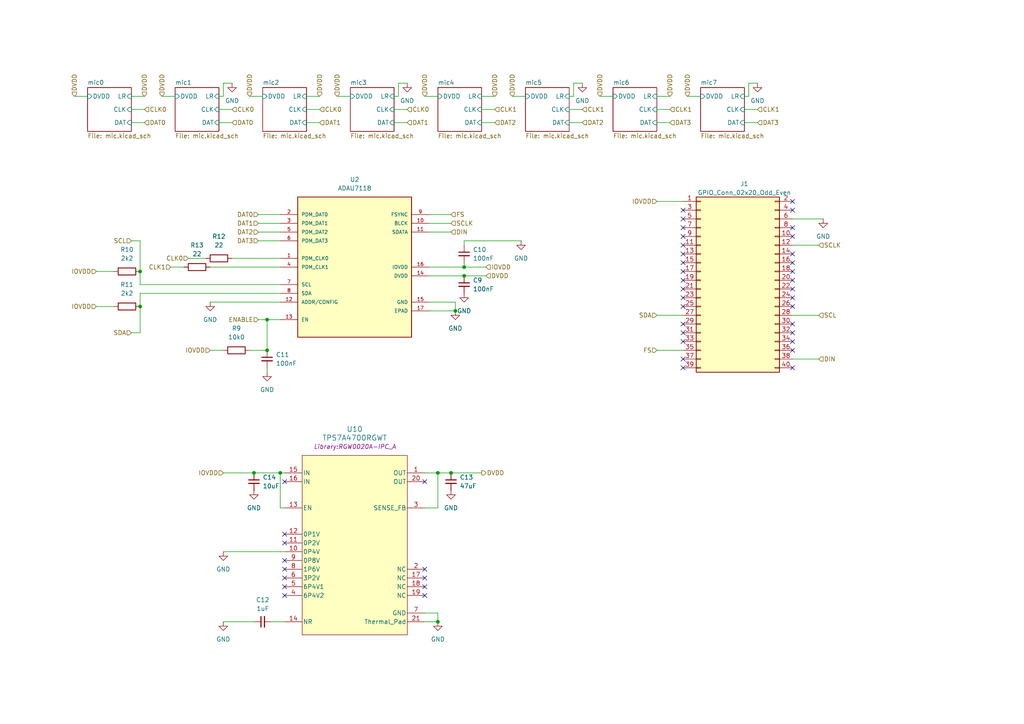
<source format=kicad_sch>
(kicad_sch (version 20250114) (generator "eeschema") (generator_version "9.0")
  (paper "A4")
  (lib_symbols
    (symbol "Device:R" (pin_numbers (hide yes)) (pin_names (offset 0))
      (property "Reference" "R" (at 2.032 0 90))
      (property "Value" "R" (at 0 0 90))
      (symbol "R_0_1"
        (rectangle (start -1.016 -2.54) (end 1.016 2.54) (stroke (width 0.254)))
      )
      (symbol "R_1_1"
        (pin passive line (at 0 3.81 270) (length 1.27) (name "~") (number "1"))
        (pin passive line (at 0 -3.81 90) (length 1.27) (name "~") (number "2"))
      )
    )
    (symbol "power:GND" (power) (pin_numbers (hide yes)) (pin_names (offset 0) (hide yes))
      (property "Value" "GND" (at 0 -3.81 0))
      (symbol "GND_0_1"
        (polyline (pts (xy 0 0) (xy 0 -1.27) (xy 1.27 -1.27) (xy 0 -2.54) (xy -1.27 -1.27) (xy 0 -1.27)))
      )
      (symbol "GND_1_1"
        (pin power_in line (at 0 0 270) (length 0) (name "~") (number "1"))
      )
    )
    (symbol "recorder:ADAU7118" (pin_names (offset 1.016))
      (property "Reference" "U" (at 5.08 20.32 0))
      (property "Value" "ADAU7118" (at 5.08 17.78 0))
      (symbol "ADAU7118_0_0"
        (rectangle (start -17.78 17.78) (end 15.24 -22.86) (stroke (width 0.254)) (fill (type background)))
        (pin input line (at -22.86 12.7 0) (length 5.08) (name "PDM_DAT0") (number "2"))
        (pin input line (at -22.86 10.16 0) (length 5.08) (name "PDM_DAT1") (number "3"))
        (pin input line (at -22.86 7.62 0) (length 5.08) (name "PDM_DAT2") (number "5"))
        (pin input line (at -22.86 5.08 0) (length 5.08) (name "PDM_DAT3") (number "6"))
        (pin output line (at -22.86 0 0) (length 5.08) (name "PDM_CLK0") (number "1"))
        (pin output line (at -22.86 -2.54 0) (length 5.08) (name "PDM_CLK1") (number "4"))
        (pin input line (at -22.86 -7.62 0) (length 5.08) (name "SCL") (number "7"))
        (pin bidirectional line (at -22.86 -10.16 0) (length 5.08) (name "SDA") (number "8"))
        (pin bidirectional line (at -22.86 -12.7 0) (length 5.08) (name "ADDR/CONFIG") (number "12"))
        (pin input line (at -22.86 -17.78 0) (length 5.08) (name "EN") (number "13"))
        (pin input line (at 20.32 12.7 180) (length 5.08) (name "FSYNC") (number "9"))
        (pin input line (at 20.32 10.16 180) (length 5.08) (name "BLCK") (number "10"))
        (pin output line (at 20.32 7.62 180) (length 5.08) (name "SDATA") (number "11"))
        (pin power_in line (at 20.32 -2.54 180) (length 5.08) (name "IOVDD") (number "16"))
        (pin power_in line (at 20.32 -5.08 180) (length 5.08) (name "DVDD") (number "14"))
        (pin power_in line (at 20.32 -12.7 180) (length 5.08) (name "GND") (number "15"))
        (pin power_in line (at 20.32 -15.24 180) (length 5.08) (name "EPAD") (number "17"))
      )
    )
    (symbol "recorder:C_Small_1" (pin_numbers (hide yes)) (pin_names (offset 0.254) (hide yes))
      (property "Reference" "C" (at 0.254 1.778 0))
      (property "Value" "C_Small" (at 0.254 -2.032 0))
      (symbol "C_Small_1_0_1"
        (polyline (pts (xy -1.524 0.508) (xy 1.524 0.508)) (stroke (width 0.3048)))
        (polyline (pts (xy -1.524 -0.508) (xy 1.524 -0.508)) (stroke (width 0.3302)))
      )
      (symbol "C_Small_1_1_1"
        (pin passive line (at 0 2.54 270) (length 2.032) (name "~") (number "1"))
        (pin passive line (at 0 -2.54 90) (length 2.032) (name "~") (number "2"))
      )
    )
    (symbol "recorder:GPIO_Conn_02x20_Odd_Even" (pin_names (offset 1.016) (hide yes))
      (property "Reference" "J" (at -10.16 26.67 0))
      (property "Value" "GPIO_Conn_02x20_Odd_Even" (at 8.89 -26.67 0))
      (symbol "GPIO_Conn_02x20_Odd_Even_1_1"
        (rectangle (start -12.7 25.4) (end 11.43 -25.4) (stroke (width 0.254)) (fill (type background)))
        (rectangle (start -12.7 24.257) (end -11.43 24.003) (stroke (width 0.1524)))
        (rectangle (start -12.7 21.717) (end -11.43 21.463) (stroke (width 0.1524)))
        (rectangle (start -12.7 19.177) (end -11.43 18.923) (stroke (width 0.1524)))
        (rectangle (start -12.7 16.637) (end -11.43 16.383) (stroke (width 0.1524)))
        (rectangle (start -12.7 14.097) (end -11.43 13.843) (stroke (width 0.1524)))
        (rectangle (start -12.7 11.557) (end -11.43 11.303) (stroke (width 0.1524)))
        (rectangle (start -12.7 9.017) (end -11.43 8.763) (stroke (width 0.1524)))
        (rectangle (start -12.7 6.477) (end -11.43 6.223) (stroke (width 0.1524)))
        (rectangle (start -12.7 3.937) (end -11.43 3.683) (stroke (width 0.1524)))
        (rectangle (start -12.7 1.397) (end -11.43 1.143) (stroke (width 0.1524)))
        (rectangle (start -12.7 -1.143) (end -11.43 -1.397) (stroke (width 0.1524)))
        (rectangle (start -12.7 -3.683) (end -11.43 -3.937) (stroke (width 0.1524)))
        (rectangle (start -12.7 -6.223) (end -11.43 -6.477) (stroke (width 0.1524)))
        (rectangle (start -12.7 -8.763) (end -11.43 -9.017) (stroke (width 0.1524)))
        (rectangle (start -12.7 -11.303) (end -11.43 -11.557) (stroke (width 0.1524)))
        (rectangle (start -12.7 -13.843) (end -11.43 -14.097) (stroke (width 0.1524)))
        (rectangle (start -12.7 -16.383) (end -11.43 -16.637) (stroke (width 0.1524)))
        (rectangle (start -12.7 -18.923) (end -11.43 -19.177) (stroke (width 0.1524)))
        (rectangle (start -12.7 -21.463) (end -11.43 -21.717) (stroke (width 0.1524)))
        (rectangle (start -12.7 -24.003) (end -11.43 -24.257) (stroke (width 0.1524)))
        (rectangle (start 11.43 24.257) (end 10.16 24.003) (stroke (width 0.1524)))
        (rectangle (start 11.43 21.717) (end 10.16 21.463) (stroke (width 0.1524)))
        (rectangle (start 11.43 19.177) (end 10.16 18.923) (stroke (width 0.1524)))
        (rectangle (start 11.43 16.637) (end 10.16 16.383) (stroke (width 0.1524)))
        (rectangle (start 11.43 14.097) (end 10.16 13.843) (stroke (width 0.1524)))
        (rectangle (start 11.43 11.557) (end 10.16 11.303) (stroke (width 0.1524)))
        (rectangle (start 11.43 9.017) (end 10.16 8.763) (stroke (width 0.1524)))
        (rectangle (start 11.43 6.477) (end 10.16 6.223) (stroke (width 0.1524)))
        (rectangle (start 11.43 3.937) (end 10.16 3.683) (stroke (width 0.1524)))
        (rectangle (start 11.43 1.397) (end 10.16 1.143) (stroke (width 0.1524)))
        (rectangle (start 11.43 -1.143) (end 10.16 -1.397) (stroke (width 0.1524)))
        (rectangle (start 11.43 -3.683) (end 10.16 -3.937) (stroke (width 0.1524)))
        (rectangle (start 11.43 -6.223) (end 10.16 -6.477) (stroke (width 0.1524)))
        (rectangle (start 11.43 -8.763) (end 10.16 -9.017) (stroke (width 0.1524)))
        (rectangle (start 11.43 -11.303) (end 10.16 -11.557) (stroke (width 0.1524)))
        (rectangle (start 11.43 -13.843) (end 10.16 -14.097) (stroke (width 0.1524)))
        (rectangle (start 11.43 -16.383) (end 10.16 -16.637) (stroke (width 0.1524)))
        (rectangle (start 11.43 -18.923) (end 10.16 -19.177) (stroke (width 0.1524)))
        (rectangle (start 11.43 -21.463) (end 10.16 -21.717) (stroke (width 0.1524)))
        (rectangle (start 11.43 -24.003) (end 10.16 -24.257) (stroke (width 0.1524)))
        (pin power_out line (at -16.51 24.13 0) (length 3.81) (name "3V3") (number "1"))
        (pin bidirectional line (at -16.51 21.59 0) (length 3.81) (name "I2C1_SDA") (number "3"))
        (pin bidirectional line (at -16.51 19.05 0) (length 3.81) (name "I2C1_SCL") (number "5"))
        (pin bidirectional line (at -16.51 16.51 0) (length 3.81) (name "GPIO09") (number "7"))
        (pin power_in line (at -16.51 13.97 0) (length 3.81) (name "GND") (number "9"))
        (pin output line (at -16.51 11.43 0) (length 3.81) (name "UART_RTS") (number "11"))
        (pin output line (at -16.51 8.89 0) (length 3.81) (name "SPI1_SCK") (number "13"))
        (pin bidirectional line (at -16.51 6.35 0) (length 3.81) (name "GPIO12") (number "15"))
        (pin power_out line (at -16.51 3.81 0) (length 3.81) (name "3V3") (number "17"))
        (pin bidirectional line (at -16.51 1.27 0) (length 3.81) (name "SPI0_MOSI") (number "19"))
        (pin bidirectional line (at -16.51 -1.27 0) (length 3.81) (name "SPI_MISO") (number "21"))
        (pin output line (at -16.51 -3.81 0) (length 3.81) (name "SPI0_SCK") (number "23"))
        (pin power_in line (at -16.51 -6.35 0) (length 3.81) (name "GND") (number "25"))
        (pin bidirectional line (at -16.51 -8.89 0) (length 3.81) (name "I2C0_SDA") (number "27"))
        (pin bidirectional line (at -16.51 -11.43 0) (length 3.81) (name "GPIO01") (number "29"))
        (pin bidirectional line (at -16.51 -13.97 0) (length 3.81) (name "GPIO11") (number "31"))
        (pin bidirectional line (at -16.51 -16.51 0) (length 3.81) (name "GPIO13") (number "33"))
        (pin output line (at -16.51 -19.05 0) (length 3.81) (name "I2S0_FS") (number "35"))
        (pin bidirectional line (at -16.51 -21.59 0) (length 3.81) (name "SPI1_MOSI") (number "37"))
        (pin power_in line (at -16.51 -24.13 0) (length 3.81) (name "GND") (number "39"))
        (pin power_out line (at 15.24 24.13 180) (length 3.81) (name "5V") (number "2"))
        (pin power_out line (at 15.24 21.59 180) (length 3.81) (name "5V") (number "4"))
        (pin power_in line (at 15.24 19.05 180) (length 3.81) (name "GND") (number "6"))
        (pin input line (at 15.24 16.51 180) (length 3.81) (name "UART1_TXD") (number "8"))
        (pin input line (at 15.24 13.97 180) (length 3.81) (name "UART1_RXD") (number "10"))
        (pin output line (at 15.24 11.43 180) (length 3.81) (name "I2S0_SCLK") (number "12"))
        (pin power_in line (at 15.24 8.89 180) (length 3.81) (name "GND") (number "14"))
        (pin bidirectional line (at 15.24 6.35 180) (length 3.81) (name "SPI1_CS1") (number "16"))
        (pin bidirectional line (at 15.24 3.81 180) (length 3.81) (name "SPI1_CS0") (number "18"))
        (pin power_in line (at 15.24 1.27 180) (length 3.81) (name "GND") (number "20"))
        (pin bidirectional line (at 15.24 -1.27 180) (length 3.81) (name "SPI1_MISO") (number "22"))
        (pin bidirectional line (at 15.24 -3.81 180) (length 3.81) (name "SPI0_CS0") (number "24"))
        (pin bidirectional line (at 15.24 -6.35 180) (length 3.81) (name "SPI0_CS1") (number "26"))
        (pin bidirectional line (at 15.24 -8.89 180) (length 3.81) (name "I2C0_SCL") (number "28"))
        (pin power_in line (at 15.24 -11.43 180) (length 3.81) (name "GND") (number "30"))
        (pin bidirectional line (at 15.24 -13.97 180) (length 3.81) (name "GPIO07") (number "32"))
        (pin power_in line (at 15.24 -16.51 180) (length 3.81) (name "GND") (number "34"))
        (pin input line (at 15.24 -19.05 180) (length 3.81) (name "UART1_CTS") (number "36"))
        (pin input line (at 15.24 -21.59 180) (length 3.81) (name "I2S0_DIN") (number "38"))
        (pin output line (at 15.24 -24.13 180) (length 3.81) (name "I2S0_DOUT") (number "40"))
      )
    )
    (symbol "recorder:TPS7A4700RGWT" (pin_names (offset 0.254))
      (property "Reference" "U" (at 0 2.54 0))
      (property "Value" "TPS7A4700RGWT" (at 0 0 0))
      (property "Footprint" "Library:RGW0020A-IPC_A" (at 0 0 0))
      (symbol "TPS7A4700RGWT_0_1"
        (rectangle (start 5.08 5.08) (end 35.56 -46.99) (fill (type background)))
        (pin power_in line (at 0 0 0) (length 5.08) (name "IN") (number "15"))
        (pin power_in line (at 0 -2.54 0) (length 5.08) (name "IN") (number "16"))
        (pin input line (at 0 -10.16 0) (length 5.08) (name "EN") (number "13"))
        (pin unspecified line (at 0 -17.78 0) (length 5.08) (name "0P1V") (number "12"))
        (pin unspecified line (at 0 -20.32 0) (length 5.08) (name "0P2V") (number "11"))
        (pin unspecified line (at 0 -22.86 0) (length 5.08) (name "0P4V") (number "10"))
        (pin unspecified line (at 0 -25.4 0) (length 5.08) (name "0P8V") (number "9"))
        (pin unspecified line (at 0 -27.94 0) (length 5.08) (name "1P6V") (number "8"))
        (pin unspecified line (at 0 -30.48 0) (length 5.08) (name "3P2V") (number "6"))
        (pin unspecified line (at 0 -33.02 0) (length 5.08) (name "6P4V1") (number "5"))
        (pin unspecified line (at 0 -35.56 0) (length 5.08) (name "6P4V2") (number "4"))
        (pin unspecified line (at 0 -43.18 0) (length 5.08) (name "NR") (number "14"))
        (pin power_in line (at 40.64 0 180) (length 5.08) (name "OUT") (number "1"))
        (pin power_in line (at 40.64 -2.54 180) (length 5.08) (name "OUT") (number "20"))
        (pin unspecified line (at 40.64 -10.16 180) (length 5.08) (name "SENSE_FB") (number "3"))
        (pin unspecified line (at 40.64 -27.94 180) (length 5.08) (name "NC") (number "2"))
        (pin unspecified line (at 40.64 -30.48 180) (length 5.08) (name "NC") (number "17"))
        (pin unspecified line (at 40.64 -33.02 180) (length 5.08) (name "NC") (number "18"))
        (pin unspecified line (at 40.64 -35.56 180) (length 5.08) (name "NC") (number "19"))
        (pin power_in line (at 40.64 -40.64 180) (length 5.08) (name "GND") (number "7"))
        (pin power_in line (at 40.64 -43.18 180) (length 5.08) (name "Thermal_Pad") (number "21"))
      )
    )
  )
  (junction (at 73.66 137.16))
  (junction (at 40.64 88.9))
  (junction (at 77.47 101.6))
  (junction (at 127 137.16))
  (junction (at 134.62 77.47))
  (junction (at 130.81 137.16))
  (junction (at 134.62 80.01))
  (junction (at 127 180.34))
  (junction (at 132.08 90.17))
  (junction (at 81.28 137.16))
  (junction (at 40.64 78.74))
  (junction (at 77.47 92.71))
  (no_connect (at 82.55 157.48))
  (no_connect (at 198.12 96.52))
  (no_connect (at 82.55 167.64))
  (no_connect (at 229.87 88.9))
  (no_connect (at 82.55 162.56))
  (no_connect (at 82.55 165.1))
  (no_connect (at 82.55 154.94))
  (no_connect (at 123.19 172.72))
  (no_connect (at 82.55 172.72))
  (no_connect (at 198.12 68.58))
  (no_connect (at 198.12 86.36))
  (no_connect (at 229.87 68.58))
  (no_connect (at 229.87 101.6))
  (no_connect (at 229.87 78.74))
  (no_connect (at 229.87 60.96))
  (no_connect (at 123.19 165.1))
  (no_connect (at 229.87 73.66))
  (no_connect (at 229.87 96.52))
  (no_connect (at 123.19 167.64))
  (no_connect (at 123.19 139.7))
  (no_connect (at 229.87 58.42))
  (no_connect (at 229.87 86.36))
  (no_connect (at 198.12 106.68))
  (no_connect (at 198.12 104.14))
  (no_connect (at 198.12 60.96))
  (no_connect (at 229.87 81.28))
  (no_connect (at 198.12 93.98))
  (no_connect (at 198.12 99.06))
  (no_connect (at 229.87 66.04))
  (no_connect (at 198.12 83.82))
  (no_connect (at 82.55 139.7))
  (no_connect (at 229.87 106.68))
  (no_connect (at 229.87 99.06))
  (no_connect (at 198.12 88.9))
  (no_connect (at 198.12 76.2))
  (no_connect (at 229.87 83.82))
  (no_connect (at 198.12 66.04))
  (no_connect (at 82.55 170.18))
  (no_connect (at 198.12 81.28))
  (no_connect (at 229.87 76.2))
  (no_connect (at 198.12 71.12))
  (no_connect (at 123.19 170.18))
  (no_connect (at 229.87 93.98))
  (no_connect (at 198.12 78.74))
  (no_connect (at 198.12 73.66))
  (no_connect (at 198.12 63.5))
  (wire (pts (xy 40.64 78.74) (xy 40.64 82.55)))
  (wire (pts (xy 166.37 24.13) (xy 166.37 27.94)))
  (wire (pts (xy 82.55 147.32) (xy 81.28 147.32)))
  (wire (pts (xy 124.46 77.47) (xy 134.62 77.47)))
  (wire (pts (xy 124.46 90.17) (xy 132.08 90.17)))
  (wire (pts (xy 165.1 31.75) (xy 168.91 31.75)))
  (wire (pts (xy 127 177.8) (xy 127 180.34)))
  (wire (pts (xy 63.5 35.56) (xy 67.31 35.56)))
  (wire (pts (xy 21.59 27.94) (xy 25.4 27.94)))
  (wire (pts (xy 40.64 69.85) (xy 40.64 78.74)))
  (wire (pts (xy 74.93 69.85) (xy 81.28 69.85)))
  (wire (pts (xy 54.61 74.93) (xy 59.69 74.93)))
  (wire (pts (xy 115.57 27.94) (xy 114.3 27.94)))
  (wire (pts (xy 165.1 35.56) (xy 168.91 35.56)))
  (wire (pts (xy 127 137.16) (xy 130.81 137.16)))
  (wire (pts (xy 134.62 80.01) (xy 140.97 80.01)))
  (wire (pts (xy 40.64 88.9) (xy 40.64 96.52)))
  (wire (pts (xy 74.93 67.31) (xy 81.28 67.31)))
  (wire (pts (xy 115.57 24.13) (xy 115.57 27.94)))
  (wire (pts (xy 115.57 24.13) (xy 118.11 24.13)))
  (wire (pts (xy 63.5 31.75) (xy 67.31 31.75)))
  (wire (pts (xy 97.79 27.94) (xy 101.6 27.94)))
  (wire (pts (xy 114.3 31.75) (xy 118.11 31.75)))
  (wire (pts (xy 134.62 76.2) (xy 134.62 77.47)))
  (wire (pts (xy 123.19 27.94) (xy 127 27.94)))
  (wire (pts (xy 123.19 147.32) (xy 127 147.32)))
  (wire (pts (xy 132.08 87.63) (xy 124.46 87.63)))
  (wire (pts (xy 72.39 101.6) (xy 77.47 101.6)))
  (wire (pts (xy 60.96 77.47) (xy 81.28 77.47)))
  (wire (pts (xy 217.17 24.13) (xy 217.17 27.94)))
  (wire (pts (xy 127 147.32) (xy 127 137.16)))
  (wire (pts (xy 124.46 67.31) (xy 130.81 67.31)))
  (wire (pts (xy 73.66 137.16) (xy 81.28 137.16)))
  (wire (pts (xy 74.93 64.77) (xy 81.28 64.77)))
  (wire (pts (xy 81.28 137.16) (xy 82.55 137.16)))
  (wire (pts (xy 46.99 27.94) (xy 50.8 27.94)))
  (wire (pts (xy 124.46 62.23) (xy 130.81 62.23)))
  (wire (pts (xy 134.62 77.47) (xy 140.97 77.47)))
  (wire (pts (xy 60.96 87.63) (xy 81.28 87.63)))
  (wire (pts (xy 64.77 24.13) (xy 64.77 27.94)))
  (wire (pts (xy 74.93 92.71) (xy 77.47 92.71)))
  (wire (pts (xy 88.9 35.56) (xy 92.71 35.56)))
  (wire (pts (xy 38.1 35.56) (xy 41.91 35.56)))
  (wire (pts (xy 132.08 90.17) (xy 132.08 87.63)))
  (wire (pts (xy 217.17 27.94) (xy 215.9 27.94)))
  (wire (pts (xy 64.77 137.16) (xy 73.66 137.16)))
  (wire (pts (xy 40.64 82.55) (xy 81.28 82.55)))
  (wire (pts (xy 130.81 137.16) (xy 139.7 137.16)))
  (wire (pts (xy 190.5 31.75) (xy 194.31 31.75)))
  (wire (pts (xy 38.1 31.75) (xy 41.91 31.75)))
  (wire (pts (xy 229.87 63.5) (xy 238.76 63.5)))
  (wire (pts (xy 38.1 27.94) (xy 41.91 27.94)))
  (wire (pts (xy 139.7 35.56) (xy 143.51 35.56)))
  (wire (pts (xy 38.1 96.52) (xy 40.64 96.52)))
  (wire (pts (xy 166.37 27.94) (xy 165.1 27.94)))
  (wire (pts (xy 134.62 69.85) (xy 151.13 69.85)))
  (wire (pts (xy 190.5 58.42) (xy 198.12 58.42)))
  (wire (pts (xy 148.59 27.94) (xy 152.4 27.94)))
  (wire (pts (xy 27.94 88.9) (xy 33.02 88.9)))
  (wire (pts (xy 64.77 101.6) (xy 60.96 101.6)))
  (wire (pts (xy 123.19 177.8) (xy 127 177.8)))
  (wire (pts (xy 77.47 92.71) (xy 81.28 92.71)))
  (wire (pts (xy 38.1 69.85) (xy 40.64 69.85)))
  (wire (pts (xy 215.9 31.75) (xy 219.71 31.75)))
  (wire (pts (xy 190.5 35.56) (xy 194.31 35.56)))
  (wire (pts (xy 77.47 101.6) (xy 77.47 92.71)))
  (wire (pts (xy 77.47 106.68) (xy 77.47 107.95)))
  (wire (pts (xy 114.3 35.56) (xy 118.11 35.56)))
  (wire (pts (xy 139.7 31.75) (xy 143.51 31.75)))
  (wire (pts (xy 229.87 71.12) (xy 237.49 71.12)))
  (wire (pts (xy 67.31 74.93) (xy 81.28 74.93)))
  (wire (pts (xy 217.17 24.13) (xy 219.71 24.13)))
  (wire (pts (xy 27.94 78.74) (xy 33.02 78.74)))
  (wire (pts (xy 88.9 27.94) (xy 92.71 27.94)))
  (wire (pts (xy 215.9 35.56) (xy 219.71 35.56)))
  (wire (pts (xy 124.46 64.77) (xy 130.81 64.77)))
  (wire (pts (xy 229.87 91.44) (xy 237.49 91.44)))
  (wire (pts (xy 199.39 27.94) (xy 203.2 27.94)))
  (wire (pts (xy 124.46 80.01) (xy 134.62 80.01)))
  (wire (pts (xy 173.99 27.94) (xy 177.8 27.94)))
  (wire (pts (xy 64.77 180.34) (xy 73.66 180.34)))
  (wire (pts (xy 166.37 24.13) (xy 168.91 24.13)))
  (wire (pts (xy 74.93 62.23) (xy 81.28 62.23)))
  (wire (pts (xy 139.7 27.94) (xy 143.51 27.94)))
  (wire (pts (xy 229.87 104.14) (xy 237.49 104.14)))
  (wire (pts (xy 190.5 91.44) (xy 198.12 91.44)))
  (wire (pts (xy 64.77 160.02) (xy 82.55 160.02)))
  (wire (pts (xy 40.64 85.09) (xy 40.64 88.9)))
  (wire (pts (xy 134.62 69.85) (xy 134.62 71.12)))
  (wire (pts (xy 64.77 27.94) (xy 63.5 27.94)))
  (wire (pts (xy 64.77 24.13) (xy 67.31 24.13)))
  (wire (pts (xy 123.19 180.34) (xy 127 180.34)))
  (wire (pts (xy 81.28 147.32) (xy 81.28 137.16)))
  (wire (pts (xy 49.53 77.47) (xy 53.34 77.47)))
  (wire (pts (xy 40.64 85.09) (xy 81.28 85.09)))
  (wire (pts (xy 190.5 27.94) (xy 194.31 27.94)))
  (wire (pts (xy 88.9 31.75) (xy 92.71 31.75)))
  (wire (pts (xy 123.19 137.16) (xy 127 137.16)))
  (wire (pts (xy 72.39 27.94) (xy 76.2 27.94)))
  (wire (pts (xy 78.74 180.34) (xy 82.55 180.34)))
  (wire (pts (xy 190.5 101.6) (xy 198.12 101.6)))
  (hierarchical_label "ENABLE" (shape input) (at 74.93 92.71 180))
  (hierarchical_label "DVDD" (shape input) (at 199.39 27.94 90))
  (hierarchical_label "DAT2" (shape input) (at 74.93 67.31 180))
  (hierarchical_label "DAT3" (shape input) (at 219.71 35.56 0))
  (hierarchical_label "DVDD" (shape input) (at 173.99 27.94 90))
  (hierarchical_label "DAT0" (shape input) (at 74.93 62.23 180))
  (hierarchical_label "SCL" (shape input) (at 38.1 69.85 180))
  (hierarchical_label "CLK0" (shape input) (at 41.91 31.75 0))
  (hierarchical_label "DIN" (shape input) (at 237.49 104.14 0))
  (hierarchical_label "IOVDD" (shape input) (at 190.5 58.42 180))
  (hierarchical_label "CLK1" (shape input) (at 168.91 31.75 0))
  (hierarchical_label "DVDD" (shape input) (at 21.59 27.94 90))
  (hierarchical_label "FS" (shape input) (at 130.81 62.23 0))
  (hierarchical_label "DIN" (shape input) (at 130.81 67.31 0))
  (hierarchical_label "CLK1" (shape input) (at 219.71 31.75 0))
  (hierarchical_label "DVDD" (shape input) (at 41.91 27.94 90))
  (hierarchical_label "DVDD" (shape input) (at 148.59 27.94 90))
  (hierarchical_label "DAT1" (shape input) (at 92.71 35.56 0))
  (hierarchical_label "DAT2" (shape input) (at 143.51 35.56 0))
  (hierarchical_label "CLK0" (shape input) (at 67.31 31.75 0))
  (hierarchical_label "DAT0" (shape input) (at 41.91 35.56 0))
  (hierarchical_label "CLK1" (shape input) (at 194.31 31.75 0))
  (hierarchical_label "DVDD" (shape input) (at 143.51 27.94 90))
  (hierarchical_label "DVDD" (shape output) (at 139.7 137.16 0))
  (hierarchical_label "DVDD" (shape input) (at 92.71 27.94 90))
  (hierarchical_label "CLK1" (shape input) (at 143.51 31.75 0))
  (hierarchical_label "SDA" (shape input) (at 38.1 96.52 180))
  (hierarchical_label "IOVDD" (shape input) (at 140.97 77.47 0))
  (hierarchical_label "SCLK" (shape input) (at 130.81 64.77 0))
  (hierarchical_label "DVDD" (shape input) (at 123.19 27.94 90))
  (hierarchical_label "DAT3" (shape input) (at 194.31 35.56 0))
  (hierarchical_label "CLK0" (shape input) (at 118.11 31.75 0))
  (hierarchical_label "DVDD" (shape input) (at 194.31 27.94 90))
  (hierarchical_label "IOVDD" (shape input) (at 27.94 78.74 180))
  (hierarchical_label "SDA" (shape input) (at 190.5 91.44 180))
  (hierarchical_label "DVDD" (shape input) (at 140.97 80.01 0))
  (hierarchical_label "DVDD" (shape input) (at 97.79 27.94 90))
  (hierarchical_label "IOVDD" (shape input) (at 64.77 137.16 180))
  (hierarchical_label "FS" (shape input) (at 190.5 101.6 180))
  (hierarchical_label "DAT1" (shape input) (at 74.93 64.77 180))
  (hierarchical_label "DAT2" (shape input) (at 168.91 35.56 0))
  (hierarchical_label "SCLK" (shape input) (at 237.49 71.12 0))
  (hierarchical_label "DAT0" (shape input) (at 67.31 35.56 0))
  (hierarchical_label "CLK1" (shape input) (at 49.53 77.47 180))
  (hierarchical_label "DVDD" (shape input) (at 72.39 27.94 90))
  (hierarchical_label "CLK0" (shape input) (at 92.71 31.75 0))
  (hierarchical_label "DVDD" (shape input) (at 46.99 27.94 90))
  (hierarchical_label "IOVDD" (shape input) (at 60.96 101.6 180))
  (hierarchical_label "CLK0" (shape input) (at 54.61 74.93 180))
  (hierarchical_label "DAT1" (shape input) (at 118.11 35.56 0))
  (hierarchical_label "DAT3" (shape input) (at 74.93 69.85 180))
  (hierarchical_label "SCL" (shape input) (at 237.49 91.44 0))
  (hierarchical_label "IOVDD" (shape input) (at 27.94 88.9 180))
  (symbol (lib_id "recorder:C_Small_1") (at 77.47 104.14 0) (unit 1)
    (property "Reference" "C11" (at 80.01 102.8762 0) (effects (justify left)))
    (property "Value" "100nF" (at 80.01 105.4162 0) (effects (justify left)))
    (property "Footprint" "Library:C_0603_1608Metric" (effects (hide yes)))
    (property "Description" "Unpolarized capacitor, small symbol" (effects (hide yes)))
  )
  (symbol (lib_id "recorder:GPIO_Conn_02x20_Odd_Even") (at 214.63 82.55 0) (unit 1)
    (property "Reference" "J1" (at 215.9 53.34 0))
    (property "Value" "GPIO_Conn_02x20_Odd_Even" (at 215.9 55.88 0))
    (property "Footprint" "Library:PinHeader_2x20_P2.54mm_Vertical" (effects (hide yes)))
    (property "Description" "Generic connector, double row, 02x20, odd/even pin numbering scheme (row 1 odd numbers, row 2 even numbers), script generated (kicad-library-utils/schlib/autogen/connector/)" (effects (hide yes)))
  )
  (symbol (lib_id "Device:R") (at 57.15 77.47 270) (unit 1)
    (property "Reference" "R13" (at 57.15 71.12 90))
    (property "Value" "22" (at 57.15 73.66 90))
    (property "Footprint" "Library:R_0603_1608Metric" (effects (hide yes)))
    (property "Description" "Resistor" (effects (hide yes)))
  )
  (symbol (lib_id "Device:R") (at 68.58 101.6 270) (unit 1)
    (property "Reference" "R9" (at 68.58 95.25 90))
    (property "Value" "10k0" (at 68.58 97.79 90))
    (property "Footprint" "Library:R_0603_1608Metric" (effects (hide yes)))
    (property "Description" "Resistor" (effects (hide yes)))
  )
  (symbol (lib_id "Device:R") (at 63.5 74.93 270) (unit 1)
    (property "Reference" "R12" (at 63.5 68.58 90))
    (property "Value" "22" (at 63.5 71.12 90))
    (property "Footprint" "Library:R_0603_1608Metric" (effects (hide yes)))
    (property "Description" "Resistor" (effects (hide yes)))
  )
  (symbol (lib_id "power:GND") (at 151.13 69.85 0) (unit 1)
    (property "Reference" "#PWR038" (effects (hide yes)))
    (property "Value" "GND" (at 151.13 74.93 0))
    (property "Description" "Power symbol creates a global label with name \"GND\" , ground" (effects (hide yes)))
  )
  (symbol (lib_id "power:GND") (at 127 180.34 0) (unit 1)
    (property "Reference" "#PWR016" (effects (hide yes)))
    (property "Value" "GND" (at 127 185.42 0))
    (property "Description" "Power symbol creates a global label with name \"GND\" , ground" (effects (hide yes)))
  )
  (symbol (lib_id "Device:R") (at 36.83 88.9 270) (unit 1)
    (property "Reference" "R11" (at 36.83 82.55 90))
    (property "Value" "2k2" (at 36.83 85.09 90))
    (property "Footprint" "Library:R_0603_1608Metric" (effects (hide yes)))
    (property "Description" "Resistor" (effects (hide yes)))
  )
  (symbol (lib_id "power:GND") (at 64.77 160.02 0) (unit 1)
    (property "Reference" "#PWR03" (effects (hide yes)))
    (property "Value" "GND" (at 64.77 165.1 0))
    (property "Description" "Power symbol creates a global label with name \"GND\" , ground" (effects (hide yes)))
  )
  (symbol (lib_id "recorder:C_Small_1") (at 130.81 139.7 0) (unit 1)
    (property "Reference" "C13" (at 133.35 138.4362 0) (effects (justify left)))
    (property "Value" "47uF" (at 133.35 140.9762 0) (effects (justify left)))
    (property "Footprint" "Library:C_0603_1608Metric" (effects (hide yes)))
    (property "Description" "Unpolarized capacitor, small symbol" (effects (hide yes)))
  )
  (symbol (lib_id "power:GND") (at 134.62 85.09 0) (unit 1)
    (property "Reference" "#PWR039" (effects (hide yes)))
    (property "Value" "GND" (at 134.62 90.17 0))
    (property "Description" "Power symbol creates a global label with name \"GND\" , ground" (effects (hide yes)))
  )
  (symbol (lib_id "recorder:C_Small_1") (at 134.62 73.66 0) (unit 1)
    (property "Reference" "C10" (at 137.16 72.3962 0) (effects (justify left)))
    (property "Value" "100nF" (at 137.16 74.9362 0) (effects (justify left)))
    (property "Footprint" "Library:C_0603_1608Metric" (effects (hide yes)))
    (property "Description" "Unpolarized capacitor, small symbol" (effects (hide yes)))
  )
  (symbol (lib_id "power:GND") (at 73.66 142.24 0) (unit 1)
    (property "Reference" "#PWR019" (effects (hide yes)))
    (property "Value" "GND" (at 73.66 147.32 0))
    (property "Description" "Power symbol creates a global label with name \"GND\" , ground" (effects (hide yes)))
  )
  (symbol (lib_id "Device:R") (at 36.83 78.74 270) (unit 1)
    (property "Reference" "R10" (at 36.83 72.39 90))
    (property "Value" "2k2" (at 36.83 74.93 90))
    (property "Footprint" "Library:R_0603_1608Metric" (effects (hide yes)))
    (property "Description" "Resistor" (effects (hide yes)))
  )
  (symbol (lib_id "power:GND") (at 132.08 90.17 0) (unit 1)
    (property "Reference" "#PWR035" (effects (hide yes)))
    (property "Value" "GND" (at 132.08 95.25 0))
    (property "Description" "Power symbol creates a global label with name \"GND\" , ground" (effects (hide yes)))
  )
  (symbol (lib_id "power:GND") (at 118.11 24.13 0) (unit 1)
    (property "Reference" "#PWR018" (effects (hide yes)))
    (property "Value" "GND" (at 118.11 29.21 0))
    (property "Description" "Power symbol creates a global label with name \"GND\" , ground" (effects (hide yes)))
  )
  (symbol (lib_id "power:GND") (at 64.77 180.34 0) (unit 1)
    (property "Reference" "#PWR04" (effects (hide yes)))
    (property "Value" "GND" (at 64.77 185.42 0))
    (property "Description" "Power symbol creates a global label with name \"GND\" , ground" (effects (hide yes)))
  )
  (symbol (lib_id "recorder:C_Small_1") (at 134.62 82.55 0) (unit 1)
    (property "Reference" "C9" (at 137.16 81.2862 0) (effects (justify left)))
    (property "Value" "100nF" (at 137.16 83.8262 0) (effects (justify left)))
    (property "Footprint" "Library:C_0603_1608Metric" (effects (hide yes)))
    (property "Description" "Unpolarized capacitor, small symbol" (effects (hide yes)))
  )
  (symbol (lib_id "power:GND") (at 238.76 63.5 0) (unit 1)
    (property "Reference" "#PWR02" (effects (hide yes)))
    (property "Value" "GND" (at 238.76 68.58 0))
    (property "Description" "Power symbol creates a global label with name \"GND\" , ground" (effects (hide yes)))
  )
  (symbol (lib_id "power:GND") (at 77.47 107.95 0) (unit 1)
    (property "Reference" "#PWR040" (effects (hide yes)))
    (property "Value" "GND" (at 77.47 113.03 0))
    (property "Description" "Power symbol creates a global label with name \"GND\" , ground" (effects (hide yes)))
  )
  (symbol (lib_id "power:GND") (at 67.31 24.13 0) (unit 1)
    (property "Reference" "#PWR017" (effects (hide yes)))
    (property "Value" "GND" (at 67.31 29.21 0))
    (property "Description" "Power symbol creates a global label with name \"GND\" , ground" (effects (hide yes)))
  )
  (symbol (lib_id "recorder:TPS7A4700RGWT") (at 82.55 137.16 0) (unit 1)
    (property "Reference" "U10" (at 102.87 124.46 0) (effects (font (size 1.524 1.524))))
    (property "Value" "TPS7A4700RGWT" (at 102.87 127 0) (effects (font (size 1.524 1.524))))
    (property "Footprint" "Library:RGW0020A-IPC_A" (at 102.87 129.54 0) (effects (font (italic yes))))
    (property "Datasheet" "TPS7A4700RGWT" (effects (hide yes)))
  )
  (symbol (lib_id "recorder:C_Small_1") (at 73.66 139.7 0) (unit 1)
    (property "Reference" "C14" (at 76.2 138.4362 0) (effects (justify left)))
    (property "Value" "10uF" (at 76.2 140.9762 0) (effects (justify left)))
    (property "Footprint" "Library:C_0603_1608Metric" (effects (hide yes)))
    (property "Description" "Unpolarized capacitor, small symbol" (effects (hide yes)))
  )
  (symbol (lib_id "power:GND") (at 168.91 24.13 0) (unit 1)
    (property "Reference" "#PWR020" (effects (hide yes)))
    (property "Value" "GND" (at 168.91 29.21 0))
    (property "Description" "Power symbol creates a global label with name \"GND\" , ground" (effects (hide yes)))
  )
  (symbol (lib_id "recorder:ADAU7118") (at 104.14 74.93 0) (unit 1)
    (property "Reference" "U2" (at 102.87 52.07 0))
    (property "Value" "ADAU7118" (at 102.87 54.61 0))
    (property "Footprint" "Library:LFCSP-16" (effects (hide yes)))
    (property "MF" "Analog Devices" (effects (hide yes)))
    (property "Description_1" "PDM to I2S/TDM Converter 192ksps 24bit 16-Pin LFCSP EP T/R" (effects (hide yes)))
    (property "Package" "None" (effects (hide yes)))
    (property "Price" "None" (effects (hide yes)))
    (property "SnapEDA_Link" "https://www.snapeda.com/parts/ADAU7118/Analog+Devices/view-part/?ref=snap" (effects (hide yes)))
    (property "MP" "ADAU7118" (effects (hide yes)))
    (property "Availability" "Not in stock" (effects (hide yes)))
    (property "Check_prices" "https://www.snapeda.com/parts/ADAU7118/Analog+Devices/view-part/?ref=eda" (effects (hide yes)))
  )
  (symbol (lib_id "power:GND") (at 130.81 142.24 0) (unit 1)
    (property "Reference" "#PWR021" (effects (hide yes)))
    (property "Value" "GND" (at 130.81 147.32 0))
    (property "Description" "Power symbol creates a global label with name \"GND\" , ground" (effects (hide yes)))
  )
  (symbol (lib_id "power:GND") (at 219.71 24.13 0) (unit 1)
    (property "Reference" "#PWR026" (effects (hide yes)))
    (property "Value" "GND" (at 219.71 29.21 0))
    (property "Description" "Power symbol creates a global label with name \"GND\" , ground" (effects (hide yes)))
  )
  (symbol (lib_id "recorder:C_Small_1") (at 76.2 180.34 90) (unit 1)
    (property "Reference" "C12" (at 76.2063 173.99 90))
    (property "Value" "1uF" (at 76.2063 176.53 90))
    (property "Footprint" "Library:C_0603_1608Metric" (effects (hide yes)))
    (property "Description" "Unpolarized capacitor, small symbol" (effects (hide yes)))
  )
  (symbol (lib_id "power:GND") (at 60.96 87.63 0) (unit 1)
    (property "Reference" "#PWR036" (effects (hide yes)))
    (property "Value" "GND" (at 60.96 92.71 0))
    (property "Description" "Power symbol creates a global label with name \"GND\" , ground" (effects (hide yes)))
  )
  (sheet (at 127 25.4) (size 12.7 12.7) (stroke (width 0.1524))
    (property "Sheetname" "mic4" (at 127 24.6884 0) (effects (justify left bottom)))
    (property "Sheetfile" "mic.kicad_sch" (at 127 38.6846 0) (effects (justify left top)))
    (pin "CLK" input (at 139.7 31.75 0))
    (pin "DAT" input (at 139.7 35.56 0))
    (pin "LR" input (at 139.7 27.94 0))
    (pin "DVDD" input (at 127 27.94 180))
  )
  (sheet (at 177.8 25.4) (size 12.7 12.7) (stroke (width 0.1524))
    (property "Sheetname" "mic6" (at 177.8 24.6884 0) (effects (justify left bottom)))
    (property "Sheetfile" "mic.kicad_sch" (at 177.8 38.6846 0) (effects (justify left top)))
    (pin "CLK" input (at 190.5 31.75 0))
    (pin "DAT" input (at 190.5 35.56 0))
    (pin "LR" input (at 190.5 27.94 0))
    (pin "DVDD" input (at 177.8 27.94 180))
  )
  (sheet (at 203.2 25.4) (size 12.7 12.7) (stroke (width 0.1524))
    (property "Sheetname" "mic7" (at 203.2 24.6884 0) (effects (justify left bottom)))
    (property "Sheetfile" "mic.kicad_sch" (at 203.2 38.6846 0) (effects (justify left top)))
    (pin "CLK" input (at 215.9 31.75 0))
    (pin "DAT" input (at 215.9 35.56 0))
    (pin "LR" input (at 215.9 27.94 0))
    (pin "DVDD" input (at 203.2 27.94 180))
  )
  (sheet (at 101.6 25.4) (size 12.7 12.7) (stroke (width 0.1524))
    (property "Sheetname" "mic3" (at 101.6 24.6884 0) (effects (justify left bottom)))
    (property "Sheetfile" "mic.kicad_sch" (at 101.6 38.6846 0) (effects (justify left top)))
    (pin "CLK" input (at 114.3 31.75 0))
    (pin "DAT" input (at 114.3 35.56 0))
    (pin "LR" input (at 114.3 27.94 0))
    (pin "DVDD" input (at 101.6 27.94 180))
  )
  (sheet (at 76.2 25.4) (size 12.7 12.7) (stroke (width 0.1524))
    (property "Sheetname" "mic2" (at 76.2 24.6884 0) (effects (justify left bottom)))
    (property "Sheetfile" "mic.kicad_sch" (at 76.2 38.6846 0) (effects (justify left top)))
    (pin "CLK" input (at 88.9 31.75 0))
    (pin "DAT" input (at 88.9 35.56 0))
    (pin "LR" input (at 88.9 27.94 0))
    (pin "DVDD" input (at 76.2 27.94 180))
  )
  (sheet (at 152.4 25.4) (size 12.7 12.7) (stroke (width 0.1524))
    (property "Sheetname" "mic5" (at 152.4 24.6884 0) (effects (justify left bottom)))
    (property "Sheetfile" "mic.kicad_sch" (at 152.4 38.6846 0) (effects (justify left top)))
    (pin "CLK" input (at 165.1 31.75 0))
    (pin "DAT" input (at 165.1 35.56 0))
    (pin "LR" input (at 165.1 27.94 0))
    (pin "DVDD" input (at 152.4 27.94 180))
  )
  (sheet (at 50.8 25.4) (size 12.7 12.7) (stroke (width 0.1524))
    (property "Sheetname" "mic1" (at 50.8 24.6884 0) (effects (justify left bottom)))
    (property "Sheetfile" "mic.kicad_sch" (at 50.8 38.6846 0) (effects (justify left top)))
    (pin "CLK" input (at 63.5 31.75 0))
    (pin "DAT" input (at 63.5 35.56 0))
    (pin "LR" input (at 63.5 27.94 0))
    (pin "DVDD" input (at 50.8 27.94 180))
  )
  (sheet (at 25.4 25.4) (size 12.7 12.7) (stroke (width 0.1524))
    (property "Sheetname" "mic0" (at 25.4 24.6884 0) (effects (justify left bottom)))
    (property "Sheetfile" "mic.kicad_sch" (at 25.4 38.6846 0) (effects (justify left top)))
    (pin "CLK" input (at 38.1 31.75 0))
    (pin "DAT" input (at 38.1 35.56 0))
    (pin "LR" input (at 38.1 27.94 0))
    (pin "DVDD" input (at 25.4 27.94 180))
  )
)
</source>
